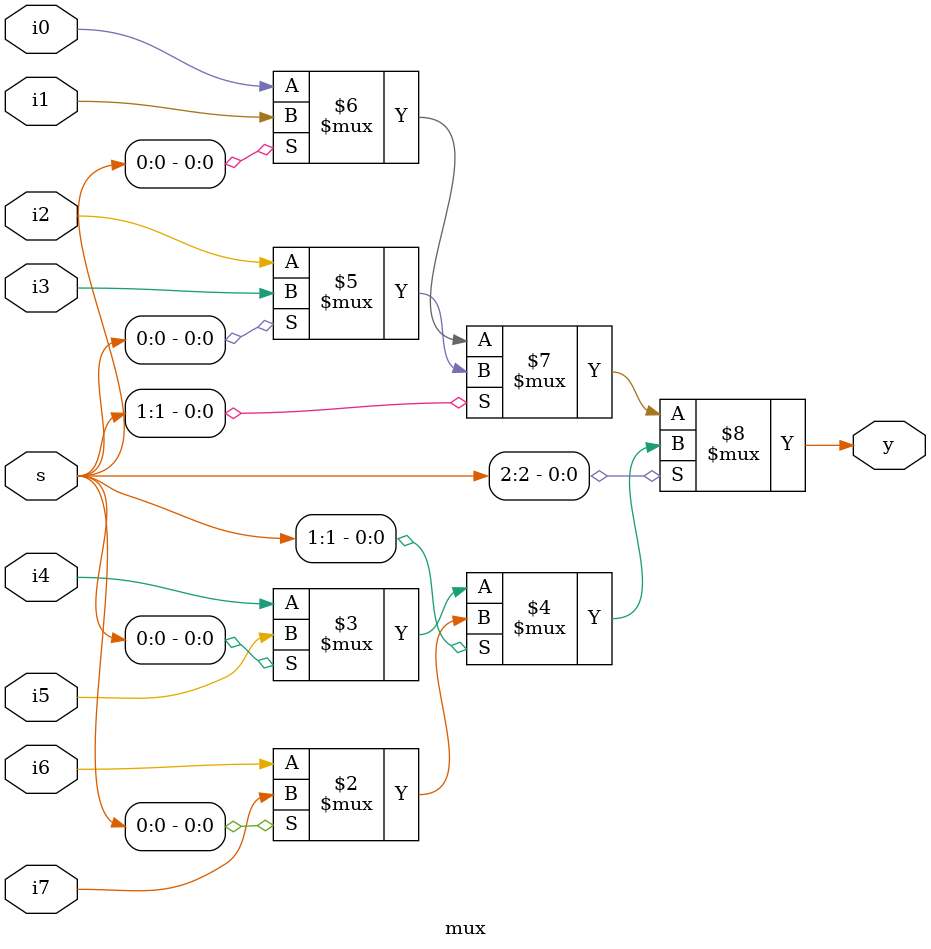
<source format=v>
module mux(i7,i6,i5,i4,i3,i2,i1,i0,s,y);
input i7,i6,i5,i4,i3,i2,i1,i0;
input [2:0]s;
output reg y;
always @(*)begin
  y=s[2]?(s[1]?(s[0]?i7:i6):(s[0]?i5:i4)):(s[1]?(s[0]?i3:i2):(s[0]?i1:i0));
end
endmodule


</source>
